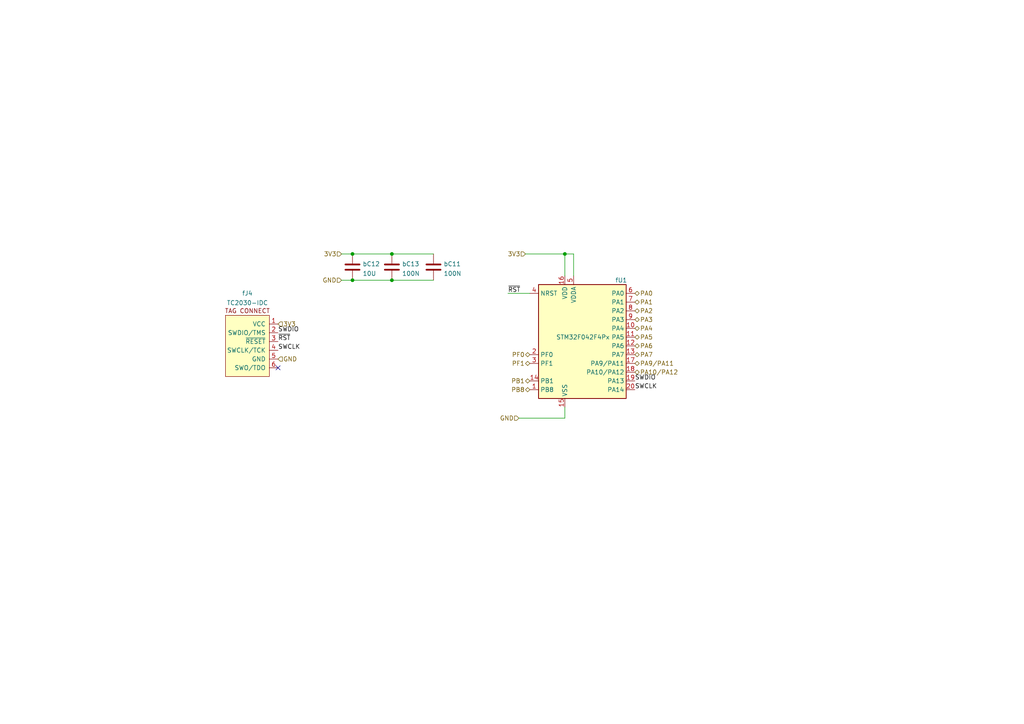
<source format=kicad_sch>
(kicad_sch (version 20211123) (generator eeschema)
  (paper "A4")
  (lib_symbols
    (symbol "Device:C" (pin_numbers hide) (pin_names (offset 0.254))
      (property "Reference" "C" (at 0.635 2.54 0))
      (property "Value" "C" (at 0.635 -2.54 0))
      (symbol "C_0_1"
        (polyline (pts (xy -2.032 -0.762) (xy 2.032 -0.762)) (stroke (width 0.508)))
        (polyline (pts (xy -2.032 0.762) (xy 2.032 0.762)) (stroke (width 0.508)))
      )
      (symbol "C_1_1"
        (pin passive line (at 0 3.81 270) (length 2.794) (name "~") (number "1"))
        (pin passive line (at 0 -3.81 90) (length 2.794) (name "~") (number "2"))
      )
    )
    (symbol "MCU_ST_STM32F0:STM32F042F4Px"
      (property "Reference" "U" (at -12.7 16.51 0))
      (property "Value" "STM32F042F4Px" (at 0 16.51 0))
      (symbol "STM32F042F4Px_0_1"
        (rectangle (start -12.7 -17.78) (end 12.7 15.24) (stroke (width 0.254)) (fill (type background)))
      )
      (symbol "STM32F042F4Px_1_1"
        (pin bidirectional line (at -15.24 -15.24 0) (length 2.54) (name "PB8") (number "1"))
        (pin bidirectional line (at 15.24 2.54 180) (length 2.54) (name "PA4") (number "10"))
        (pin bidirectional line (at 15.24 0 180) (length 2.54) (name "PA5") (number "11"))
        (pin bidirectional line (at 15.24 -2.54 180) (length 2.54) (name "PA6") (number "12"))
        (pin bidirectional line (at 15.24 -5.08 180) (length 2.54) (name "PA7") (number "13"))
        (pin bidirectional line (at -15.24 -12.7 0) (length 2.54) (name "PB1") (number "14"))
        (pin power_in line (at -5.08 -20.32 90) (length 2.54) (name "VSS") (number "15"))
        (pin power_in line (at -5.08 17.78 270) (length 2.54) (name "VDD") (number "16"))
        (pin bidirectional line (at 15.24 -7.62 180) (length 2.54) (name "PA9/PA11") (number "17"))
        (pin bidirectional line (at 15.24 -10.16 180) (length 2.54) (name "PA10/PA12") (number "18"))
        (pin bidirectional line (at 15.24 -12.7 180) (length 2.54) (name "PA13") (number "19"))
        (pin input line (at -15.24 -5.08 0) (length 2.54) (name "PF0") (number "2"))
        (pin bidirectional line (at 15.24 -15.24 180) (length 2.54) (name "PA14") (number "20"))
        (pin input line (at -15.24 -7.62 0) (length 2.54) (name "PF1") (number "3"))
        (pin input line (at -15.24 12.7 0) (length 2.54) (name "NRST") (number "4"))
        (pin power_in line (at -2.54 17.78 270) (length 2.54) (name "VDDA") (number "5"))
        (pin bidirectional line (at 15.24 12.7 180) (length 2.54) (name "PA0") (number "6"))
        (pin bidirectional line (at 15.24 10.16 180) (length 2.54) (name "PA1") (number "7"))
        (pin bidirectional line (at 15.24 7.62 180) (length 2.54) (name "PA2") (number "8"))
        (pin bidirectional line (at 15.24 5.08 180) (length 2.54) (name "PA3") (number "9"))
      )
    )
    (symbol "william_connectors:TC2030-IDC" (pin_names (offset 1.016))
      (property "Reference" "J" (at 10.16 -8.89 0))
      (property "Value" "TC2030-IDC" (at 1.27 -10.16 0))
      (symbol "TC2030-IDC_0_0"
        (text "TAG CONNECT" (at 1.27 10.16 0) (effects (font (size 1.27 1.27))))
      )
      (symbol "TC2030-IDC_0_1"
        (rectangle (start -5.08 -8.89) (end 7.62 8.89) (fill (type background)))
      )
      (symbol "TC2030-IDC_1_1"
        (pin power_in line (at -7.62 6.35 0) (length 2.54) (name "VCC") (number "1"))
        (pin bidirectional line (at -7.62 3.81 0) (length 2.54) (name "SWDIO/TMS") (number "2"))
        (pin output line (at -7.62 1.27 0) (length 2.54) (name "~{RESET}") (number "3"))
        (pin output line (at -7.62 -1.27 0) (length 2.54) (name "SWCLK/TCK") (number "4"))
        (pin power_in line (at -7.62 -3.81 0) (length 2.54) (name "GND") (number "5"))
        (pin input line (at -7.62 -6.35 0) (length 2.54) (name "SWO/TDO") (number "6"))
      )
    )
  )
  (junction (at 163.83 73.66))
  (junction (at 102.235 73.66))
  (junction (at 113.665 81.28))
  (junction (at 102.235 81.28))
  (junction (at 113.665 73.66))
  (no_connect (at 80.645 106.68))
  (wire (pts (xy 152.4 73.66) (xy 163.83 73.66)))
  (wire (pts (xy 147.32 85.09) (xy 153.67 85.09)))
  (wire (pts (xy 150.495 121.285) (xy 163.83 121.285)))
  (wire (pts (xy 113.665 73.66) (xy 102.235 73.66)))
  (wire (pts (xy 163.83 73.66) (xy 166.37 73.66)))
  (wire (pts (xy 166.37 73.66) (xy 166.37 80.01)))
  (wire (pts (xy 102.235 73.66) (xy 99.06 73.66)))
  (wire (pts (xy 102.235 81.28) (xy 113.665 81.28)))
  (wire (pts (xy 163.83 73.66) (xy 163.83 80.01)))
  (wire (pts (xy 125.73 73.66) (xy 113.665 73.66)))
  (wire (pts (xy 99.06 81.28) (xy 102.235 81.28)))
  (wire (pts (xy 163.83 121.285) (xy 163.83 118.11)))
  (wire (pts (xy 113.665 81.28) (xy 125.73 81.28)))
  (label "SWCLK" (at 80.645 101.6 0))
  (label "SWDIO" (at 184.15 110.49 0))
  (label "~{RST}" (at 80.645 99.06 0))
  (label "SWCLK" (at 184.15 113.03 0))
  (label "~{RST}" (at 147.32 85.09 0))
  (label "SWDIO" (at 80.645 96.52 0))
  (hierarchical_label "GND" (shape input) (at 80.645 104.14 0))
  (hierarchical_label "PF0" (shape tri_state) (at 153.67 102.87 180))
  (hierarchical_label "PA10{slash}PA12" (shape tri_state) (at 184.15 107.95 0))
  (hierarchical_label "PA7" (shape tri_state) (at 184.15 102.87 0))
  (hierarchical_label "PA0" (shape tri_state) (at 184.15 85.09 0))
  (hierarchical_label "GND" (shape input) (at 99.06 81.28 180))
  (hierarchical_label "PA4" (shape tri_state) (at 184.15 95.25 0))
  (hierarchical_label "PA2" (shape tri_state) (at 184.15 90.17 0))
  (hierarchical_label "PA1" (shape tri_state) (at 184.15 87.63 0))
  (hierarchical_label "PB8" (shape tri_state) (at 153.67 113.03 180))
  (hierarchical_label "PA9{slash}PA11" (shape tri_state) (at 184.15 105.41 0))
  (hierarchical_label "3V3" (shape input) (at 80.645 93.98 0))
  (hierarchical_label "PB1" (shape tri_state) (at 153.67 110.49 180))
  (hierarchical_label "PF1" (shape tri_state) (at 153.67 105.41 180))
  (hierarchical_label "3V3" (shape input) (at 99.06 73.66 180))
  (hierarchical_label "PA5" (shape tri_state) (at 184.15 97.79 0))
  (hierarchical_label "GND" (shape input) (at 150.495 121.285 180))
  (hierarchical_label "PA3" (shape tri_state) (at 184.15 92.71 0))
  (hierarchical_label "3V3" (shape input) (at 152.4 73.66 180))
  (hierarchical_label "PA6" (shape tri_state) (at 184.15 100.33 0))
  (symbol (lib_id "Device:C") (at 102.235 77.47 0) (unit 1)
    (property "Reference" "bC12" (at 105.156 76.5615 0) (effects (justify left)))
    (property "Value" "10U" (at 105.156 79.3366 0) (effects (justify left)))
    (property "Footprint" "Capacitor_SMD:C_0805_2012Metric" (effects hide))
  )
  (symbol (lib_id "MCU_ST_STM32F0:STM32F042F4Px") (at 168.91 97.79 0) (unit 1)
    (property "Reference" "fU1" (at 178.435 81.28 0) (effects (justify left)))
    (property "Value" "STM32F042F4Px" (at 161.29 97.79 0) (effects (justify left)))
    (property "Footprint" "Package_SO:TSSOP-20_4.4x6.5mm_P0.65mm" (effects hide))
    (property "Datasheet" "http://www.st.com/st-web-ui/static/active/en/resource/technical/document/datasheet/DM00105814.pdf" (effects hide))
  )
  (symbol (lib_id "Device:C") (at 125.73 77.47 0) (unit 1)
    (property "Reference" "bC11" (at 128.651 76.5615 0) (effects (justify left)))
    (property "Value" "100N" (at 128.651 79.3366 0) (effects (justify left)))
    (property "Footprint" "Capacitor_SMD:C_0603_1608Metric" (effects hide))
  )
  (symbol (lib_id "Device:C") (at 113.665 77.47 0) (unit 1)
    (property "Reference" "bC13" (at 116.586 76.5615 0) (effects (justify left)))
    (property "Value" "100N" (at 116.586 79.3366 0) (effects (justify left)))
    (property "Footprint" "Capacitor_SMD:C_0603_1608Metric" (effects hide))
  )
  (symbol (lib_id "william_connectors:TC2030-IDC") (at 73.025 100.33 0) (mirror y) (unit 1)
    (property "Reference" "fJ4" (at 71.7549 85.0699 0))
    (property "Value" "TC2030-IDC" (at 71.7549 87.845 0))
    (property "Footprint" "Connector:Tag-Connect_TC2030-IDC-FP_2x03_P1.27mm_Vertical" (effects hide))
    (property "Datasheet" "http://www.tag-connect.com/Materials/TC2030-IDC.pdf" (effects hide))
  )
)
</source>
